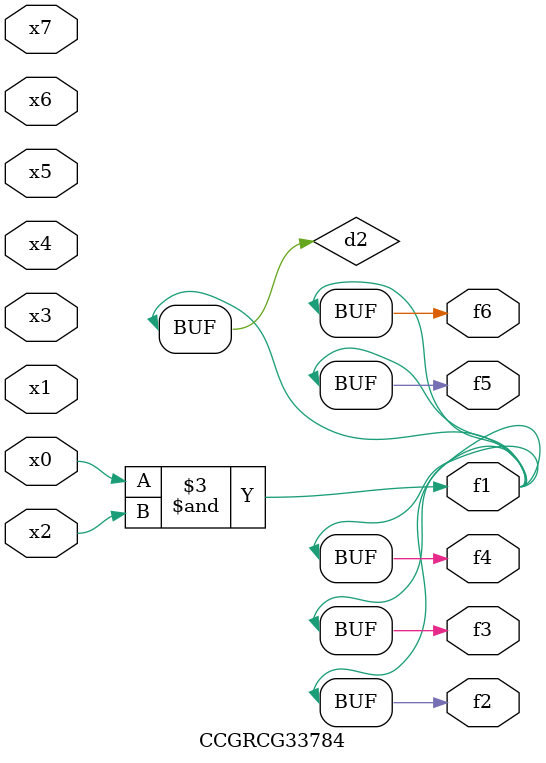
<source format=v>
module CCGRCG33784(
	input x0, x1, x2, x3, x4, x5, x6, x7,
	output f1, f2, f3, f4, f5, f6
);

	wire d1, d2;

	nor (d1, x3, x6);
	and (d2, x0, x2);
	assign f1 = d2;
	assign f2 = d2;
	assign f3 = d2;
	assign f4 = d2;
	assign f5 = d2;
	assign f6 = d2;
endmodule

</source>
